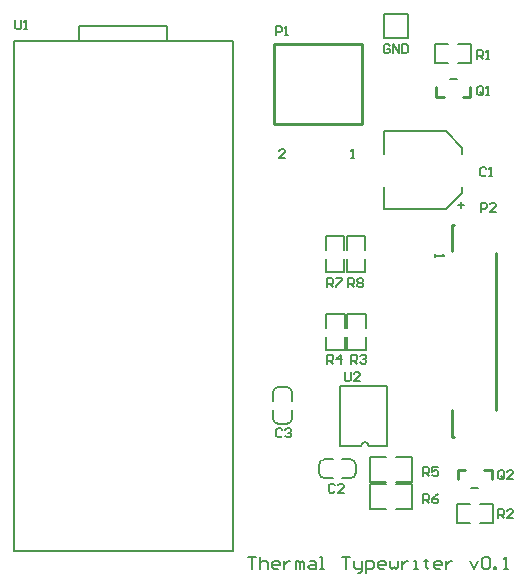
<source format=gto>
%FSLAX25Y25*%
%MOIN*%
G70*
G01*
G75*
G04 Layer_Color=65535*
%ADD10C,0.00800*%
%ADD11C,0.01000*%
%ADD12R,0.05906X0.01181*%
%ADD13R,0.11811X0.15748*%
%ADD14R,0.02756X0.04921*%
%ADD15R,0.04567X0.05787*%
%ADD16R,0.03858X0.03661*%
%ADD17R,0.03661X0.03858*%
%ADD18R,0.11811X0.05906*%
%ADD19R,0.11811X0.08268*%
%ADD20R,0.06299X0.00787*%
%ADD21C,0.01600*%
%ADD22C,0.06000*%
%ADD23C,0.04000*%
%ADD24C,0.02400*%
%ADD25C,0.01200*%
%ADD26R,0.13106X0.17374*%
%ADD27C,0.05906*%
%ADD28C,0.06000*%
%ADD29R,0.06000X0.06000*%
%ADD30C,0.07000*%
%ADD31C,0.01800*%
%ADD32C,0.00787*%
%ADD33C,0.00600*%
%ADD34C,0.00500*%
D11*
X250252Y272441D02*
X252850D01*
X250252D02*
X252850D01*
X250252D02*
X252850D01*
X250252D02*
Y275650D01*
X261748Y272441D02*
Y275650D01*
X259150Y272441D02*
X261748D01*
X266350Y148159D02*
X268948D01*
X266350D02*
X268948D01*
X266350D02*
X268948D01*
Y144950D02*
Y148159D01*
X257452Y144950D02*
Y148159D01*
X260050D01*
X270126Y168000D02*
Y220248D01*
X255500Y158972D02*
X256209D01*
X255559Y229894D02*
X256209D01*
X255500Y158972D02*
Y167933D01*
X255559Y220933D02*
Y229894D01*
X196158Y290000D02*
X225685D01*
X196158Y263252D02*
X225685D01*
Y290000D01*
X196158Y263252D02*
Y290000D01*
D32*
X227800Y156100D02*
G03*
X225300Y156100I-1250J0D01*
G01*
X195990Y165131D02*
G03*
X197565Y163557I1575J0D01*
G01*
X200635D02*
G03*
X202210Y165131I0J1575D01*
G01*
X202210Y174068D02*
G03*
X200635Y175643I-1575J-0D01*
G01*
X197565Y175643D02*
G03*
X195990Y174068I0J-1575D01*
G01*
X212931Y151610D02*
G03*
X211357Y150035I0J-1575D01*
G01*
Y146965D02*
G03*
X212931Y145390I1575J0D01*
G01*
X221868Y145390D02*
G03*
X223443Y146965I-0J1575D01*
G01*
X223443Y150035D02*
G03*
X221868Y151610I-1575J0D01*
G01*
X233800Y156100D02*
Y176100D01*
X218300D02*
X233800D01*
X218300Y156100D02*
Y176100D01*
X227800Y156100D02*
X233800D01*
X218300D02*
X225300D01*
X254819Y278543D02*
X257181D01*
X262019Y142057D02*
X264381D01*
X242168Y135125D02*
Y143275D01*
X228232Y135125D02*
Y143275D01*
Y135125D02*
X233428D01*
X236972D02*
X242168D01*
X236972Y143275D02*
X242168D01*
X228232D02*
X233428D01*
X242168Y144125D02*
Y152275D01*
X228232Y144125D02*
Y152275D01*
Y144125D02*
X233428D01*
X236972D02*
X242168D01*
X236972Y152275D02*
X242168D01*
X228232D02*
X233428D01*
X226710Y221575D02*
Y226043D01*
X220490Y213957D02*
X226710D01*
X220490Y226043D02*
X226710D01*
Y213957D02*
Y218425D01*
X220490Y221575D02*
Y226043D01*
Y213957D02*
Y218425D01*
X219710Y221575D02*
Y226043D01*
X213490Y213957D02*
X219710D01*
X213490Y226043D02*
X219710D01*
Y213957D02*
Y218425D01*
X213490Y221575D02*
Y226043D01*
Y213957D02*
Y218425D01*
X219810Y195575D02*
Y200043D01*
X213590Y187957D02*
X219810D01*
X213590Y200043D02*
X219810D01*
Y187957D02*
Y192425D01*
X213590Y195575D02*
Y200043D01*
Y187957D02*
Y192425D01*
X220590Y187957D02*
Y192425D01*
Y200043D02*
X226810D01*
X220590Y187957D02*
X226810D01*
X220590Y195575D02*
Y200043D01*
X226810Y187957D02*
Y192425D01*
Y195575D02*
Y200043D01*
X257157Y136710D02*
X261625D01*
X269243Y130490D02*
Y136710D01*
X257157Y130490D02*
Y136710D01*
X264775D02*
X269243D01*
X257157Y130490D02*
X261625D01*
X264775D02*
X269243D01*
X257575Y283890D02*
X262043D01*
X249957D02*
Y290110D01*
X262043Y283890D02*
Y290110D01*
X249957Y283890D02*
X254425D01*
X257575Y290110D02*
X262043D01*
X249957D02*
X254425D01*
X202210Y165131D02*
Y168025D01*
X202210Y171175D02*
Y174068D01*
X195990Y171175D02*
Y174068D01*
X197565Y163557D02*
X200635D01*
X197565Y175643D02*
X200635D01*
X195990Y165131D02*
Y168025D01*
X212931Y145390D02*
X215825D01*
X218975Y145390D02*
X221868D01*
X218975Y151610D02*
X221868D01*
X211357Y146965D02*
Y150035D01*
X223443Y146965D02*
Y150035D01*
X212931Y151610D02*
X215825D01*
X233008Y260992D02*
X253508D01*
X258992Y255508D01*
Y253500D02*
Y255508D01*
X233008Y235008D02*
X253508D01*
X258992Y240492D01*
Y242500D01*
X233008Y253500D02*
Y260992D01*
Y235008D02*
Y242500D01*
X258500Y235500D02*
Y237500D01*
X257500Y236500D02*
X259500D01*
X131354Y291000D02*
Y296000D01*
X160646D01*
Y291000D02*
Y296000D01*
X109500Y291000D02*
X182500D01*
X109500Y121000D02*
X182500D01*
X109500D02*
Y291000D01*
X182500Y121000D02*
Y291000D01*
D33*
X232800Y292000D02*
Y300000D01*
Y292000D02*
X240800D01*
Y300000D01*
X232800D02*
X240800D01*
D34*
X219800Y180599D02*
Y178100D01*
X220300Y177600D01*
X221300D01*
X221799Y178100D01*
Y180599D01*
X224798Y177600D02*
X222799D01*
X224798Y179599D01*
Y180099D01*
X224299Y180599D01*
X223299D01*
X222799Y180099D01*
X110000Y297999D02*
Y295500D01*
X110500Y295000D01*
X111500D01*
X111999Y295500D01*
Y297999D01*
X112999Y295000D02*
X113999D01*
X113499D01*
Y297999D01*
X112999Y297499D01*
X221000Y209000D02*
Y211999D01*
X222499D01*
X222999Y211499D01*
Y210500D01*
X222499Y210000D01*
X221000D01*
X222000D02*
X222999Y209000D01*
X223999Y211499D02*
X224499Y211999D01*
X225499D01*
X225998Y211499D01*
Y210999D01*
X225499Y210500D01*
X225998Y210000D01*
Y209500D01*
X225499Y209000D01*
X224499D01*
X223999Y209500D01*
Y210000D01*
X224499Y210500D01*
X223999Y210999D01*
Y211499D01*
X224499Y210500D02*
X225499D01*
X214000Y209000D02*
Y211999D01*
X215499D01*
X215999Y211499D01*
Y210500D01*
X215499Y210000D01*
X214000D01*
X215000D02*
X215999Y209000D01*
X216999Y211999D02*
X218998D01*
Y211499D01*
X216999Y209500D01*
Y209000D01*
X246000Y137000D02*
Y139999D01*
X247499D01*
X247999Y139499D01*
Y138499D01*
X247499Y138000D01*
X246000D01*
X247000D02*
X247999Y137000D01*
X250998Y139999D02*
X249999Y139499D01*
X248999Y138499D01*
Y137500D01*
X249499Y137000D01*
X250499D01*
X250998Y137500D01*
Y138000D01*
X250499Y138499D01*
X248999D01*
X246000Y146000D02*
Y148999D01*
X247499D01*
X247999Y148499D01*
Y147500D01*
X247499Y147000D01*
X246000D01*
X247000D02*
X247999Y146000D01*
X250998Y148999D02*
X248999D01*
Y147500D01*
X249999Y147999D01*
X250499D01*
X250998Y147500D01*
Y146500D01*
X250499Y146000D01*
X249499D01*
X248999Y146500D01*
X214000Y183535D02*
Y186535D01*
X215499D01*
X215999Y186035D01*
Y185035D01*
X215499Y184535D01*
X214000D01*
X215000D02*
X215999Y183535D01*
X218498D02*
Y186535D01*
X216999Y185035D01*
X218998D01*
X222000Y183535D02*
Y186535D01*
X223499D01*
X223999Y186035D01*
Y185035D01*
X223499Y184535D01*
X222000D01*
X223000D02*
X223999Y183535D01*
X224999Y186035D02*
X225499Y186535D01*
X226499D01*
X226998Y186035D01*
Y185535D01*
X226499Y185035D01*
X225999D01*
X226499D01*
X226998Y184535D01*
Y184035D01*
X226499Y183535D01*
X225499D01*
X224999Y184035D01*
X271000Y132000D02*
Y134999D01*
X272499D01*
X272999Y134499D01*
Y133500D01*
X272499Y133000D01*
X271000D01*
X272000D02*
X272999Y132000D01*
X275998D02*
X273999D01*
X275998Y133999D01*
Y134499D01*
X275499Y134999D01*
X274499D01*
X273999Y134499D01*
X264000Y285000D02*
Y287999D01*
X265499D01*
X265999Y287499D01*
Y286500D01*
X265499Y286000D01*
X264000D01*
X265000D02*
X265999Y285000D01*
X266999D02*
X267999D01*
X267499D01*
Y287999D01*
X266999Y287499D01*
X272999Y145500D02*
Y147499D01*
X272499Y147999D01*
X271500D01*
X271000Y147499D01*
Y145500D01*
X271500Y145000D01*
X272499D01*
X272000Y146000D02*
X272999Y145000D01*
X272499D02*
X272999Y145500D01*
X275998Y145000D02*
X273999D01*
X275998Y146999D01*
Y147499D01*
X275499Y147999D01*
X274499D01*
X273999Y147499D01*
X265999Y273500D02*
Y275499D01*
X265499Y275999D01*
X264500D01*
X264000Y275499D01*
Y273500D01*
X264500Y273000D01*
X265499D01*
X265000Y274000D02*
X265999Y273000D01*
X265499D02*
X265999Y273500D01*
X266999Y273000D02*
X267999D01*
X267499D01*
Y275999D01*
X266999Y275499D01*
X265100Y234100D02*
Y237099D01*
X266599D01*
X267099Y236599D01*
Y235599D01*
X266599Y235100D01*
X265100D01*
X270098Y234100D02*
X268099D01*
X270098Y236099D01*
Y236599D01*
X269599Y237099D01*
X268599D01*
X268099Y236599D01*
X234799Y289499D02*
X234299Y289999D01*
X233300D01*
X232800Y289499D01*
Y287500D01*
X233300Y287000D01*
X234299D01*
X234799Y287500D01*
Y288499D01*
X233800D01*
X235799Y287000D02*
Y289999D01*
X237798Y287000D01*
Y289999D01*
X238798D02*
Y287000D01*
X240298D01*
X240797Y287500D01*
Y289499D01*
X240298Y289999D01*
X238798D01*
X198999Y161499D02*
X198500Y161999D01*
X197500D01*
X197000Y161499D01*
Y159500D01*
X197500Y159000D01*
X198500D01*
X198999Y159500D01*
X199999Y161499D02*
X200499Y161999D01*
X201499D01*
X201998Y161499D01*
Y160999D01*
X201499Y160500D01*
X200999D01*
X201499D01*
X201998Y160000D01*
Y159500D01*
X201499Y159000D01*
X200499D01*
X199999Y159500D01*
X216499Y142999D02*
X216000Y143499D01*
X215000D01*
X214500Y142999D01*
Y141000D01*
X215000Y140500D01*
X216000D01*
X216499Y141000D01*
X219498Y140500D02*
X217499D01*
X219498Y142499D01*
Y142999D01*
X218999Y143499D01*
X217999D01*
X217499Y142999D01*
X266999Y248499D02*
X266499Y248999D01*
X265500D01*
X265000Y248499D01*
Y246500D01*
X265500Y246000D01*
X266499D01*
X266999Y246500D01*
X267999Y246000D02*
X268999D01*
X268499D01*
Y248999D01*
X267999Y248499D01*
X196921Y293000D02*
Y295999D01*
X198421D01*
X198921Y295499D01*
Y294499D01*
X198421Y294000D01*
X196921D01*
X199920Y293000D02*
X200920D01*
X200420D01*
Y295999D01*
X199920Y295499D01*
X250000Y220000D02*
Y219000D01*
Y219500D01*
X252999D01*
X252499Y220000D01*
X222000Y252000D02*
X223000D01*
X222500D01*
Y254999D01*
X222000Y254499D01*
X199999Y252000D02*
X198000D01*
X199999Y253999D01*
Y254499D01*
X199499Y254999D01*
X198500D01*
X198000Y254499D01*
X187600Y118999D02*
X190266D01*
X188933D01*
Y115000D01*
X191599Y118999D02*
Y115000D01*
Y116999D01*
X192265Y117666D01*
X193598D01*
X194264Y116999D01*
Y115000D01*
X197597D02*
X196264D01*
X195597Y115666D01*
Y116999D01*
X196264Y117666D01*
X197597D01*
X198263Y116999D01*
Y116333D01*
X195597D01*
X199596Y117666D02*
Y115000D01*
Y116333D01*
X200263Y116999D01*
X200929Y117666D01*
X201595D01*
X203595Y115000D02*
Y117666D01*
X204261D01*
X204928Y116999D01*
Y115000D01*
Y116999D01*
X205594Y117666D01*
X206261Y116999D01*
Y115000D01*
X208260Y117666D02*
X209593D01*
X210259Y116999D01*
Y115000D01*
X208260D01*
X207594Y115666D01*
X208260Y116333D01*
X210259D01*
X211592Y115000D02*
X212925D01*
X212259D01*
Y118999D01*
X211592D01*
X218923D02*
X221589D01*
X220256D01*
Y115000D01*
X222922Y117666D02*
Y115666D01*
X223588Y115000D01*
X225588D01*
Y114333D01*
X224921Y113667D01*
X224255D01*
X225588Y115000D02*
Y117666D01*
X226921Y113667D02*
Y117666D01*
X228920D01*
X229587Y116999D01*
Y115666D01*
X228920Y115000D01*
X226921D01*
X232919D02*
X231586D01*
X230919Y115666D01*
Y116999D01*
X231586Y117666D01*
X232919D01*
X233585Y116999D01*
Y116333D01*
X230919D01*
X234918Y117666D02*
Y115666D01*
X235584Y115000D01*
X236251Y115666D01*
X236917Y115000D01*
X237584Y115666D01*
Y117666D01*
X238917D02*
Y115000D01*
Y116333D01*
X239583Y116999D01*
X240250Y117666D01*
X240916D01*
X242916Y115000D02*
X244248D01*
X243582D01*
Y117666D01*
X242916D01*
X246914Y118332D02*
Y117666D01*
X246248D01*
X247581D01*
X246914D01*
Y115666D01*
X247581Y115000D01*
X251579D02*
X250247D01*
X249580Y115666D01*
Y116999D01*
X250247Y117666D01*
X251579D01*
X252246Y116999D01*
Y116333D01*
X249580D01*
X253579Y117666D02*
Y115000D01*
Y116333D01*
X254245Y116999D01*
X254912Y117666D01*
X255578D01*
X261576D02*
X262909Y115000D01*
X264242Y117666D01*
X265575Y118332D02*
X266241Y118999D01*
X267574D01*
X268241Y118332D01*
Y115666D01*
X267574Y115000D01*
X266241D01*
X265575Y115666D01*
Y118332D01*
X269574Y115000D02*
Y115666D01*
X270240D01*
Y115000D01*
X269574D01*
X272906D02*
X274239D01*
X273572D01*
Y118999D01*
X272906Y118332D01*
M02*

</source>
